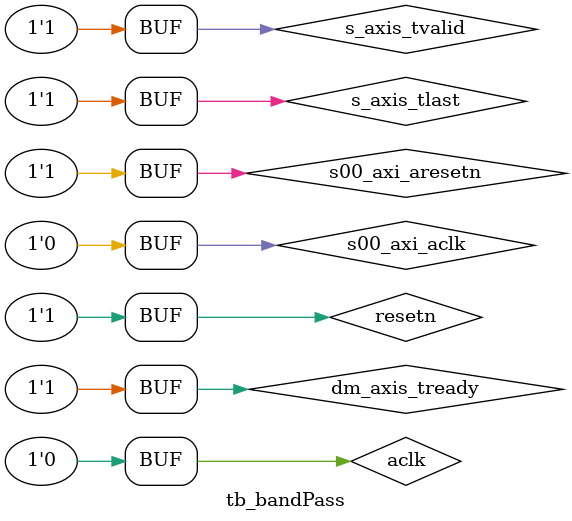
<source format=v>
`timescale 1ns / 1ps


module tb_bandPass();

    reg aclk, resetn, s_axis_tvalid, s_axis_tlast, s00_axi_aclk, s00_axi_aresetn;
    reg signed [15:0] s_axis_tdata;
    wire m_axis_tvalid;
    wire [3:0] m_axis_tkeep;
    wire signed [15:0] m_axis_tdata;
    wire m_axis_tready;
    
    reg dm_axis_tready;
    wire dm_axis_tvalid;
    wire signed [15:0] dm_axis_tdata;
    
  //  wire s00_axi_awvalid, s00_axi_awready, s00_axi_wvalid, s00_axi_wready;
    
   // assign s00_axi_awvalid = 1'b0;
   // assign s00_axi_awready = 1'b0;
   // assign s00_axi_wvalid = 1'b0;
   // assign s00_axi_wready = 1'b0;
    
    //wire [31:0] sampling_delay;
   // wire [31:0] averaging_point;
    
    //assign sampling_delay = 32'd100;
    //assign averaging_point = 32'd10;
 
    
    //10 MHz, 100ns clock
    always begin
       aclk = 1; s00_axi_aclk = 1; #50;
       aclk = 0; s00_axi_aclk = 0; #50;
    end
   
    
    initial begin
        resetn = 1; s00_axi_aresetn = 1; #400;
        resetn = 0; s00_axi_aresetn = 0; #400;
        resetn = 1; s00_axi_aresetn = 1; #400;
    end
    
    initial begin
        s_axis_tvalid = 0; s_axis_tlast =0; #800;
        s_axis_tvalid = 1; s_axis_tlast =1; #800;
    end
    
    initial begin
         dm_axis_tready = 0; #900;
         dm_axis_tready = 1; #900;
    end
    
    /* Instantiate bandPass module to test. */
    bandPass #(
       //10MHz
      .b0 ( 28'd33548108),//numerators
      .b1 (-28'd67096098),
      .b2 ( 28'd33548108),
      .a1 (-28'd67096098),//denominators
      .a2 ( 28'd33541784 )  
      
      //1MHz
   /*   .b0 ( 20'd261650),//numerators
      .b1 (-20'd523209),
      .b2 ( 20'd261650),
      .a1 (-20'd523209),//denominators
      .a2 ( 20'd261157)     */
    ) inst_bandPass
    (
      .aclk(aclk),
      .resetn(resetn),
      .s_axis_tdata(s_axis_tdata),    
      .s_axis_tlast(s_axis_tlast),   
      .s_axis_tvalid(s_axis_tvalid), 
      .s_axis_tready(s_axis_tready), 
      .m_axis_tdata(m_axis_tdata),
      .m_axis_tlast(m_axis_tlast),  
      .m_axis_tvalid(m_axis_tvalid), 
      .m_axis_tready(m_axis_tready)     
    );
    
    dataSampling_100kHz_v1_0  inst_dataSampling_100kHz_0
    (
      .aclk(aclk),
      .resetn(resetn),
      .s_axis_tdata(m_axis_tdata),    
      .s_axis_tlast(m_axis_tlast),   
      .s_axis_tvalid(m_axis_tvalid), 
      .s_axis_tready(m_axis_tready), 
      .m_axis_tdata(dm_axis_tdata),
      .m_axis_tlast(dm_axis_tlast),  
      .m_axis_tvalid(dm_axis_tvalid), 
      .m_axis_tready(dm_axis_tready),
      .s00_axi_aclk(s00_axi_aclk),
      .s00_axi_aresetn(s00_axi_aresetn)
    );
    

    reg [4:0] state_reg;
    reg [15:0] cntr;
    
    parameter wvfm_period = 16'd1216; //4166 for 300Hz
    
    parameter init               = 5'd0;
    parameter sendSample0        = 5'd1;
    parameter sendSample1        = 5'd2;
    parameter sendSample2        = 5'd3;
    parameter sendSample3        = 5'd4;
    parameter sendSample4        = 5'd5;
    parameter sendSample5        = 5'd6;
    parameter sendSample6        = 5'd7;
    parameter sendSample7        = 5'd8;
    
    /* This state machine generates a 1/(8*100ns*wvfm_period) sinusoid. */
    always @ (posedge aclk or negedge resetn)
        begin
            if (resetn == 1'b0)
                begin
                    cntr <= 16'd0;
                    s_axis_tdata <= 16'd0;
                    state_reg <= init;
                end
            else
                begin
                    case (state_reg)
                        init : //0
                            begin
                                cntr <= 16'd0;
                                s_axis_tdata <= 16'h0000;
                                state_reg <= sendSample0;
                            end
                            
                        sendSample0 : //1
                            begin
                                s_axis_tdata <= 16'h0000;
                                
                                if (cntr == (wvfm_period-1'b1))
                                    begin
                                        cntr <= 16'd0;
                                        state_reg <= sendSample1;
                                    end
                                else
                                    begin 
                                        cntr <= cntr + 1;
                                        state_reg <= sendSample0;
                                    end
                            end 
                        
                        sendSample1 : //2
                            begin
                                s_axis_tdata <= 16'h5A81;
                                
                                if (cntr == (wvfm_period-1'b1))
                                    begin
                                        cntr <= 16'd0;
                                        state_reg <= sendSample2;
                                    end
                                else
                                    begin 
                                        cntr <= cntr + 1;
                                        state_reg <= sendSample1;
                                    end
                            end 
                        
                        sendSample2 : //3
                            begin
                                s_axis_tdata <= 16'h7FFF;//16'h1fff;//
                                
                                if (cntr == (wvfm_period-1'b1))
                                    begin
                                        cntr <= 16'd0;
                                        state_reg <= sendSample3;
                                    end
                                else
                                    begin 
                                        cntr <= cntr + 1;
                                        state_reg <= sendSample2;
                                    end
                            end 
                        
                        sendSample3 : //4
                            begin
                                s_axis_tdata <= 16'h5A81;//16'h16a0;
                                
                                if (cntr == (wvfm_period-1'b1))
                                    begin
                                        cntr <= 16'd0;
                                        state_reg <= sendSample4;
                                    end
                                else
                                    begin 
                                        cntr <= cntr + 1;
                                        state_reg <= sendSample3;
                                    end
                            end 
                        
                        sendSample4 : //5
                            begin
                                s_axis_tdata <= 16'hffff;
                                
                                if (cntr == (wvfm_period-1'b1))
                                    begin
                                        cntr <= 16'd0;
                                        state_reg <= sendSample5;
                                    end
                                else
                                    begin 
                                        cntr <= cntr + 1;
                                        state_reg <= sendSample4;
                                    end
                            end 
                        
                        sendSample5 : //6
                            begin
                                s_axis_tdata <=16'hA57e;// 16'he960;// 
                                
                                if (cntr == (wvfm_period-1'b1))
                                    begin
                                        cntr <= 16'd0;
                                        state_reg <= sendSample6;
                                    end
                                else
                                    begin 
                                        cntr <= cntr + 1;
                                        state_reg <= sendSample5;
                                    end
                            end 
                        
                        sendSample6 : //6
                            begin
                                s_axis_tdata <=16'h8001; // 16'he001;//
                                
                                if (cntr == (wvfm_period-1'b1))
                                    begin
                                        cntr <= 16'd0;
                                        state_reg <= sendSample7;
                                    end
                                else
                                    begin 
                                        cntr <= cntr + 1;
                                        state_reg <= sendSample6;
                                    end
                            end 
                        
                        sendSample7 : //6
                            begin
                                s_axis_tdata <= 16'hA57e;//16'he960;// 
                                
                                if (cntr == (wvfm_period-1'b1))
                                    begin
                                        cntr <= 16'd0;
                                        state_reg <= sendSample0;
                                    end
                                else
                                    begin 
                                        cntr <= cntr + 1;
                                        state_reg <= sendSample7;
                                    end
                            end                     
                    
                    endcase
                end
        end
        
endmodule

</source>
